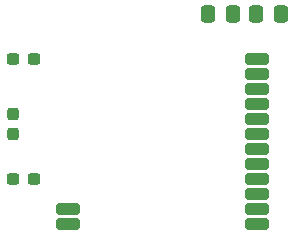
<source format=gbr>
%TF.GenerationSoftware,KiCad,Pcbnew,7.0.1*%
%TF.CreationDate,2023-03-26T17:15:59+02:00*%
%TF.ProjectId,AS4432_868_PMOD,41533434-3332-45f3-9836-385f504d4f44,rev?*%
%TF.SameCoordinates,Original*%
%TF.FileFunction,Paste,Top*%
%TF.FilePolarity,Positive*%
%FSLAX46Y46*%
G04 Gerber Fmt 4.6, Leading zero omitted, Abs format (unit mm)*
G04 Created by KiCad (PCBNEW 7.0.1) date 2023-03-26 17:15:59*
%MOMM*%
%LPD*%
G01*
G04 APERTURE LIST*
G04 Aperture macros list*
%AMRoundRect*
0 Rectangle with rounded corners*
0 $1 Rounding radius*
0 $2 $3 $4 $5 $6 $7 $8 $9 X,Y pos of 4 corners*
0 Add a 4 corners polygon primitive as box body*
4,1,4,$2,$3,$4,$5,$6,$7,$8,$9,$2,$3,0*
0 Add four circle primitives for the rounded corners*
1,1,$1+$1,$2,$3*
1,1,$1+$1,$4,$5*
1,1,$1+$1,$6,$7*
1,1,$1+$1,$8,$9*
0 Add four rect primitives between the rounded corners*
20,1,$1+$1,$2,$3,$4,$5,0*
20,1,$1+$1,$4,$5,$6,$7,0*
20,1,$1+$1,$6,$7,$8,$9,0*
20,1,$1+$1,$8,$9,$2,$3,0*%
G04 Aperture macros list end*
%ADD10RoundRect,0.250000X0.750000X0.250000X-0.750000X0.250000X-0.750000X-0.250000X0.750000X-0.250000X0*%
%ADD11RoundRect,0.237500X-0.300000X-0.237500X0.300000X-0.237500X0.300000X0.237500X-0.300000X0.237500X0*%
%ADD12RoundRect,0.250000X0.337500X0.475000X-0.337500X0.475000X-0.337500X-0.475000X0.337500X-0.475000X0*%
%ADD13RoundRect,0.237500X0.237500X-0.287500X0.237500X0.287500X-0.237500X0.287500X-0.237500X-0.287500X0*%
%ADD14RoundRect,0.250000X-0.337500X-0.475000X0.337500X-0.475000X0.337500X0.475000X-0.337500X0.475000X0*%
G04 APERTURE END LIST*
D10*
%TO.C,U1*%
X143826500Y-44450000D03*
X143826500Y-45720000D03*
X143826500Y-46990000D03*
X143826500Y-48260000D03*
X143826500Y-49530000D03*
X143826500Y-50800000D03*
X143826500Y-52070000D03*
X143826500Y-53340000D03*
X143826500Y-54610000D03*
X143826500Y-55880000D03*
X143826500Y-57150000D03*
X143826500Y-58420000D03*
X127826500Y-58420000D03*
X127826500Y-57150000D03*
%TD*%
D11*
%TO.C,M1*%
X123190000Y-54610000D03*
X124915000Y-54610000D03*
%TD*%
D12*
%TO.C,C1*%
X141775000Y-40640000D03*
X139700000Y-40640000D03*
%TD*%
D13*
%TO.C,M2*%
X123190000Y-50800000D03*
X123190000Y-49050000D03*
%TD*%
D11*
%TO.C,M3*%
X123190000Y-44450000D03*
X124915000Y-44450000D03*
%TD*%
D14*
%TO.C,C2*%
X143742500Y-40640000D03*
X145817500Y-40640000D03*
%TD*%
M02*

</source>
